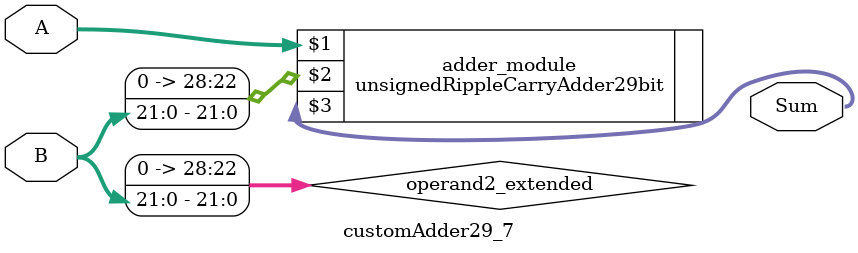
<source format=v>

module customAdder29_7(
                    input [28 : 0] A,
                    input [21 : 0] B,
                    
                    output [29 : 0] Sum
            );

    wire [28 : 0] operand2_extended;
    
    assign operand2_extended =  {7'b0, B};
    
    unsignedRippleCarryAdder29bit adder_module(
        A,
        operand2_extended,
        Sum
    );
    
endmodule
        
</source>
